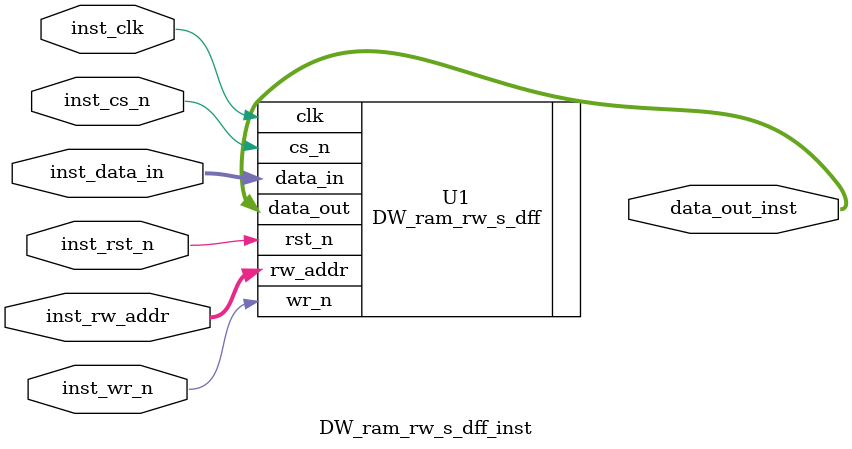
<source format=v>
module DW_ram_rw_s_dff_inst(inst_clk, inst_rst_n, inst_cs_n, inst_wr_n,
                            inst_rw_addr, inst_data_in, data_out_inst );

  parameter data_width = 8;
  parameter depth = 8;
  parameter rst_mode = 0;
  `define bit_width_depth 3 // ceil(log2(depth)) 

  input inst_clk;
  input inst_rst_n;
  input inst_cs_n;
  input inst_wr_n;
  input [`bit_width_depth-1 : 0] inst_rw_addr;
  input [data_width-1 : 0] inst_data_in;
  output [data_width-1 : 0] data_out_inst;

  // Instance of DW_ram_rw_s_dff
  DW_ram_rw_s_dff #(data_width, depth, rst_mode)
    U1 (.clk(inst_clk),   .rst_n(inst_rst_n),   .cs_n(inst_cs_n),
        .wr_n(inst_wr_n),   .rw_addr(inst_rw_addr),   .data_in(inst_data_in),
        .data_out(data_out_inst) );
endmodule

</source>
